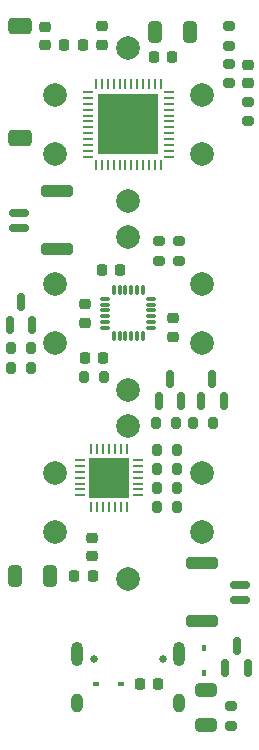
<source format=gbs>
%TF.GenerationSoftware,KiCad,Pcbnew,(6.0.5)*%
%TF.CreationDate,2022-11-21T17:11:25+07:00*%
%TF.ProjectId,Smart_P_ESP_3,536d6172-745f-4505-9f45-53505f332e6b,rev?*%
%TF.SameCoordinates,PX88da2e0PY8b54f20*%
%TF.FileFunction,Soldermask,Bot*%
%TF.FilePolarity,Negative*%
%FSLAX46Y46*%
G04 Gerber Fmt 4.6, Leading zero omitted, Abs format (unit mm)*
G04 Created by KiCad (PCBNEW (6.0.5)) date 2022-11-21 17:11:25*
%MOMM*%
%LPD*%
G01*
G04 APERTURE LIST*
G04 Aperture macros list*
%AMRoundRect*
0 Rectangle with rounded corners*
0 $1 Rounding radius*
0 $2 $3 $4 $5 $6 $7 $8 $9 X,Y pos of 4 corners*
0 Add a 4 corners polygon primitive as box body*
4,1,4,$2,$3,$4,$5,$6,$7,$8,$9,$2,$3,0*
0 Add four circle primitives for the rounded corners*
1,1,$1+$1,$2,$3*
1,1,$1+$1,$4,$5*
1,1,$1+$1,$6,$7*
1,1,$1+$1,$8,$9*
0 Add four rect primitives between the rounded corners*
20,1,$1+$1,$2,$3,$4,$5,0*
20,1,$1+$1,$4,$5,$6,$7,0*
20,1,$1+$1,$6,$7,$8,$9,0*
20,1,$1+$1,$8,$9,$2,$3,0*%
G04 Aperture macros list end*
%ADD10C,2.000000*%
%ADD11C,0.650000*%
%ADD12O,1.000000X2.100000*%
%ADD13O,1.000000X1.600000*%
%ADD14RoundRect,0.200000X-0.200000X-0.275000X0.200000X-0.275000X0.200000X0.275000X-0.200000X0.275000X0*%
%ADD15RoundRect,0.200000X0.275000X-0.200000X0.275000X0.200000X-0.275000X0.200000X-0.275000X-0.200000X0*%
%ADD16RoundRect,0.218750X-0.256250X0.218750X-0.256250X-0.218750X0.256250X-0.218750X0.256250X0.218750X0*%
%ADD17RoundRect,0.225000X-0.225000X-0.250000X0.225000X-0.250000X0.225000X0.250000X-0.225000X0.250000X0*%
%ADD18RoundRect,0.200000X0.200000X0.275000X-0.200000X0.275000X-0.200000X-0.275000X0.200000X-0.275000X0*%
%ADD19RoundRect,0.150000X0.150000X-0.587500X0.150000X0.587500X-0.150000X0.587500X-0.150000X-0.587500X0*%
%ADD20RoundRect,0.225000X0.250000X-0.225000X0.250000X0.225000X-0.250000X0.225000X-0.250000X-0.225000X0*%
%ADD21RoundRect,0.250000X-0.325000X-0.650000X0.325000X-0.650000X0.325000X0.650000X-0.325000X0.650000X0*%
%ADD22RoundRect,0.062500X0.062500X-0.337500X0.062500X0.337500X-0.062500X0.337500X-0.062500X-0.337500X0*%
%ADD23RoundRect,0.062500X0.337500X-0.062500X0.337500X0.062500X-0.337500X0.062500X-0.337500X-0.062500X0*%
%ADD24R,3.350000X3.350000*%
%ADD25RoundRect,0.350000X0.650000X0.350000X-0.650000X0.350000X-0.650000X-0.350000X0.650000X-0.350000X0*%
%ADD26RoundRect,0.150000X-0.700000X0.150000X-0.700000X-0.150000X0.700000X-0.150000X0.700000X0.150000X0*%
%ADD27RoundRect,0.250000X-1.100000X0.250000X-1.100000X-0.250000X1.100000X-0.250000X1.100000X0.250000X0*%
%ADD28RoundRect,0.200000X-0.275000X0.200000X-0.275000X-0.200000X0.275000X-0.200000X0.275000X0.200000X0*%
%ADD29RoundRect,0.225000X0.225000X0.250000X-0.225000X0.250000X-0.225000X-0.250000X0.225000X-0.250000X0*%
%ADD30RoundRect,0.225000X-0.250000X0.225000X-0.250000X-0.225000X0.250000X-0.225000X0.250000X0.225000X0*%
%ADD31RoundRect,0.062500X-0.062500X0.375000X-0.062500X-0.375000X0.062500X-0.375000X0.062500X0.375000X0*%
%ADD32RoundRect,0.062500X-0.375000X0.062500X-0.375000X-0.062500X0.375000X-0.062500X0.375000X0.062500X0*%
%ADD33R,5.150000X5.150000*%
%ADD34RoundRect,0.150000X0.700000X-0.150000X0.700000X0.150000X-0.700000X0.150000X-0.700000X-0.150000X0*%
%ADD35RoundRect,0.250000X1.100000X-0.250000X1.100000X0.250000X-1.100000X0.250000X-1.100000X-0.250000X0*%
%ADD36RoundRect,0.250000X0.650000X-0.325000X0.650000X0.325000X-0.650000X0.325000X-0.650000X-0.325000X0*%
%ADD37R,0.450000X0.600000*%
%ADD38R,0.600000X0.450000*%
%ADD39RoundRect,0.218750X0.218750X0.256250X-0.218750X0.256250X-0.218750X-0.256250X0.218750X-0.256250X0*%
%ADD40RoundRect,0.075000X0.350000X0.075000X-0.350000X0.075000X-0.350000X-0.075000X0.350000X-0.075000X0*%
%ADD41RoundRect,0.075000X0.075000X-0.350000X0.075000X0.350000X-0.075000X0.350000X-0.075000X-0.350000X0*%
%ADD42RoundRect,0.250000X0.325000X0.650000X-0.325000X0.650000X-0.325000X-0.650000X0.325000X-0.650000X0*%
G04 APERTURE END LIST*
D10*
%TO.C,SW3*%
X17250000Y22600000D03*
X4750000Y22600000D03*
X4750000Y17600000D03*
X17250000Y17600000D03*
X11000000Y13600000D03*
X11000000Y26600000D03*
%TD*%
%TO.C,SW2*%
X4750000Y38600000D03*
X17250000Y38600000D03*
X4750000Y33600000D03*
X17250000Y33600000D03*
X11000000Y29600000D03*
X11000000Y42600000D03*
%TD*%
D11*
%TO.C,J1*%
X13890000Y6805000D03*
X8110000Y6805000D03*
D12*
X6680000Y7305000D03*
D13*
X6680000Y3125000D03*
D12*
X15320000Y7305000D03*
D13*
X15320000Y3125000D03*
%TD*%
D10*
%TO.C,SW1*%
X17250000Y54600000D03*
X4750000Y54600000D03*
X4750000Y49600000D03*
X17250000Y49600000D03*
X11000000Y45600000D03*
X11000000Y58600000D03*
%TD*%
D14*
%TO.C,R22*%
X1075000Y31500000D03*
X2725000Y31500000D03*
%TD*%
D15*
%TO.C,R21*%
X21100000Y52375000D03*
X21100000Y54025000D03*
%TD*%
D16*
%TO.C,L1*%
X8750000Y60425000D03*
X8750000Y58850000D03*
%TD*%
D17*
%TO.C,C16*%
X13125000Y57800000D03*
X14675000Y57800000D03*
%TD*%
D18*
%TO.C,R8*%
X15025000Y26800000D03*
X13375000Y26800000D03*
%TD*%
%TO.C,R23*%
X2725000Y33200000D03*
X1075000Y33200000D03*
%TD*%
D19*
%TO.C,Q3*%
X15450000Y28662500D03*
X13550000Y28662500D03*
X14500000Y30537500D03*
%TD*%
D20*
%TO.C,C8*%
X14800000Y34125000D03*
X14800000Y35675000D03*
%TD*%
D14*
%TO.C,R7*%
X16475000Y26800000D03*
X18125000Y26800000D03*
%TD*%
D21*
%TO.C,C14*%
X13225000Y59900000D03*
X16175000Y59900000D03*
%TD*%
D22*
%TO.C,U2*%
X10850000Y19750000D03*
X10350000Y19750000D03*
X9850000Y19750000D03*
X9350000Y19750000D03*
X8850000Y19750000D03*
X8350000Y19750000D03*
X7850000Y19750000D03*
D23*
X6900000Y20700000D03*
X6900000Y21200000D03*
X6900000Y21700000D03*
X6900000Y22200000D03*
X6900000Y22700000D03*
X6900000Y23200000D03*
X6900000Y23700000D03*
D22*
X7850000Y24650000D03*
X8350000Y24650000D03*
X8850000Y24650000D03*
X9350000Y24650000D03*
X9850000Y24650000D03*
X10350000Y24650000D03*
X10850000Y24650000D03*
D23*
X11800000Y23700000D03*
X11800000Y23200000D03*
X11800000Y22700000D03*
X11800000Y22200000D03*
X11800000Y21700000D03*
X11800000Y21200000D03*
X11800000Y20700000D03*
D24*
X9350000Y22200000D03*
%TD*%
D25*
%TO.C,J2*%
X1800000Y60450000D03*
X1800000Y50950000D03*
%TD*%
D26*
%TO.C,J4*%
X1750000Y44625000D03*
X1750000Y43375000D03*
D27*
X4950000Y46475000D03*
X4950000Y41525000D03*
%TD*%
D20*
%TO.C,C13*%
X21100000Y55625000D03*
X21100000Y57175000D03*
%TD*%
%TO.C,C12*%
X3950000Y58825000D03*
X3950000Y60375000D03*
%TD*%
D28*
%TO.C,R18*%
X19500000Y57225000D03*
X19500000Y55575000D03*
%TD*%
D29*
%TO.C,C10*%
X10275000Y39800000D03*
X8725000Y39800000D03*
%TD*%
D17*
%TO.C,C2*%
X6425000Y13900000D03*
X7975000Y13900000D03*
%TD*%
D19*
%TO.C,Q4*%
X2850000Y35162500D03*
X950000Y35162500D03*
X1900000Y37037500D03*
%TD*%
D29*
%TO.C,C9*%
X8875000Y32300000D03*
X7325000Y32300000D03*
%TD*%
D30*
%TO.C,C4*%
X7950000Y17125000D03*
X7950000Y15575000D03*
%TD*%
D17*
%TO.C,C15*%
X5575000Y58850000D03*
X7125000Y58850000D03*
%TD*%
D31*
%TO.C,U5*%
X8250000Y55537500D03*
X8750000Y55537500D03*
X9250000Y55537500D03*
X9750000Y55537500D03*
X10250000Y55537500D03*
X10750000Y55537500D03*
X11250000Y55537500D03*
X11750000Y55537500D03*
X12250000Y55537500D03*
X12750000Y55537500D03*
X13250000Y55537500D03*
X13750000Y55537500D03*
D32*
X14437500Y54850000D03*
X14437500Y54350000D03*
X14437500Y53850000D03*
X14437500Y53350000D03*
X14437500Y52850000D03*
X14437500Y52350000D03*
X14437500Y51850000D03*
X14437500Y51350000D03*
X14437500Y50850000D03*
X14437500Y50350000D03*
X14437500Y49850000D03*
X14437500Y49350000D03*
D31*
X13750000Y48662500D03*
X13250000Y48662500D03*
X12750000Y48662500D03*
X12250000Y48662500D03*
X11750000Y48662500D03*
X11250000Y48662500D03*
X10750000Y48662500D03*
X10250000Y48662500D03*
X9750000Y48662500D03*
X9250000Y48662500D03*
X8750000Y48662500D03*
X8250000Y48662500D03*
D32*
X7562500Y49350000D03*
X7562500Y49850000D03*
X7562500Y50350000D03*
X7562500Y50850000D03*
X7562500Y51350000D03*
X7562500Y51850000D03*
X7562500Y52350000D03*
X7562500Y52850000D03*
X7562500Y53350000D03*
X7562500Y53850000D03*
X7562500Y54350000D03*
X7562500Y54850000D03*
D33*
X11000000Y52100000D03*
%TD*%
D34*
%TO.C,J3*%
X20450000Y11875000D03*
X20450000Y13125000D03*
D35*
X17250000Y10025000D03*
X17250000Y14975000D03*
%TD*%
D18*
%TO.C,R5*%
X15075000Y24550000D03*
X13425000Y24550000D03*
%TD*%
D28*
%TO.C,R13*%
X15300000Y42225000D03*
X15300000Y40575000D03*
%TD*%
D19*
%TO.C,Q1*%
X21100000Y6062500D03*
X19200000Y6062500D03*
X20150000Y7937500D03*
%TD*%
D28*
%TO.C,R17*%
X19500000Y60425000D03*
X19500000Y58775000D03*
%TD*%
D30*
%TO.C,C7*%
X7300000Y36875000D03*
X7300000Y35325000D03*
%TD*%
D18*
%TO.C,R2*%
X15075000Y21350000D03*
X13425000Y21350000D03*
%TD*%
D19*
%TO.C,Q2*%
X19050000Y28662500D03*
X17150000Y28662500D03*
X18100000Y30537500D03*
%TD*%
D18*
%TO.C,R4*%
X15075000Y22950000D03*
X13425000Y22950000D03*
%TD*%
D28*
%TO.C,R12*%
X13600000Y42225000D03*
X13600000Y40575000D03*
%TD*%
D18*
%TO.C,R3*%
X15075000Y19750000D03*
X13425000Y19750000D03*
%TD*%
D36*
%TO.C,C1*%
X17600000Y1225000D03*
X17600000Y4175000D03*
%TD*%
D37*
%TO.C,D1*%
X17400000Y7750000D03*
X17400000Y5650000D03*
%TD*%
D15*
%TO.C,R1*%
X19700000Y1200000D03*
X19700000Y2850000D03*
%TD*%
D38*
%TO.C,D2*%
X10387500Y4700000D03*
X8287500Y4700000D03*
%TD*%
D39*
%TO.C,D5*%
X13537500Y4700000D03*
X11962500Y4700000D03*
%TD*%
D18*
%TO.C,R14*%
X8925000Y30700000D03*
X7275000Y30700000D03*
%TD*%
D40*
%TO.C,U3*%
X12950000Y37350000D03*
X12950000Y36850000D03*
X12950000Y36350000D03*
X12950000Y35850000D03*
X12950000Y35350000D03*
X12950000Y34850000D03*
D41*
X12250000Y34150000D03*
X11750000Y34150000D03*
X11250000Y34150000D03*
X10750000Y34150000D03*
X10250000Y34150000D03*
X9750000Y34150000D03*
D40*
X9050000Y34850000D03*
X9050000Y35350000D03*
X9050000Y35850000D03*
X9050000Y36350000D03*
X9050000Y36850000D03*
X9050000Y37350000D03*
D41*
X9750000Y38050000D03*
X10250000Y38050000D03*
X10750000Y38050000D03*
X11250000Y38050000D03*
X11750000Y38050000D03*
X12250000Y38050000D03*
%TD*%
D42*
%TO.C,C3*%
X4325000Y13900000D03*
X1375000Y13900000D03*
%TD*%
M02*

</source>
